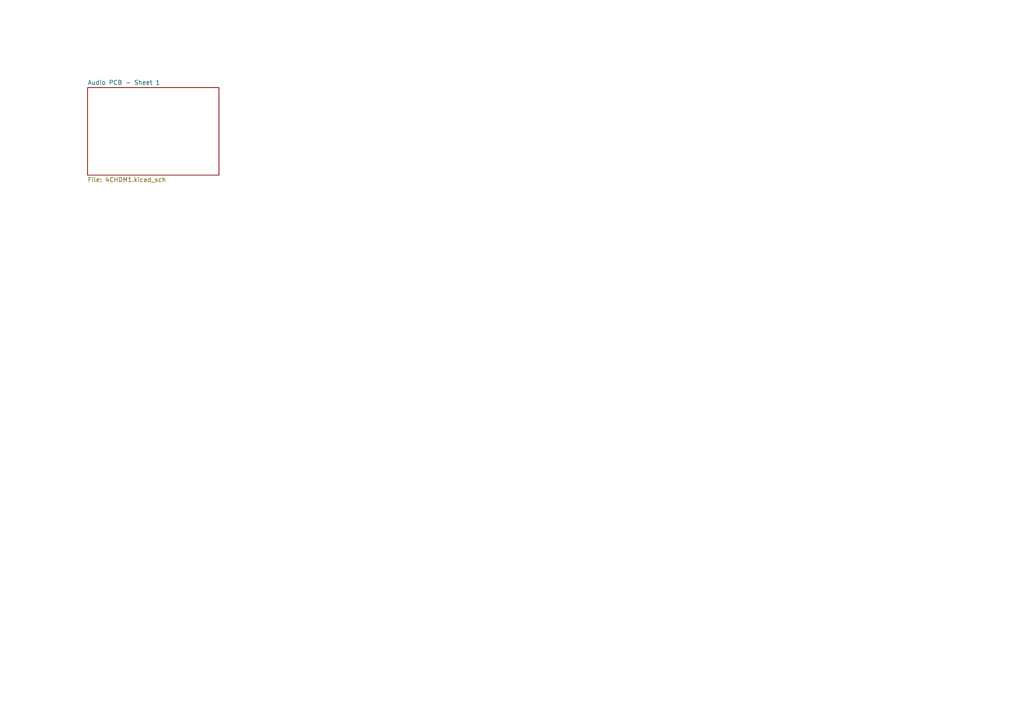
<source format=kicad_sch>
(kicad_sch
	(version 20231120)
	(generator "eeschema")
	(generator_version "8.0")
	(uuid "883ad78c-bd1d-404b-b8ca-4ae0611fec43")
	(paper "A4")
	(title_block
		(title "Exidy 440")
		(company "Exidy")
		(comment 1 "Anton Gale")
	)
	(lib_symbols)
	(sheet
		(at 25.4 25.4)
		(size 38.1 25.4)
		(fields_autoplaced yes)
		(stroke
			(width 0.1524)
			(type solid)
		)
		(fill
			(color 0 0 0 0.0000)
		)
		(uuid "63b7cd6e-0d72-49fd-a4ed-b6020130586b")
		(property "Sheetname" "Audio PCB - Sheet 1"
			(at 25.4 24.6884 0)
			(effects
				(font
					(size 1.27 1.27)
				)
				(justify left bottom)
			)
		)
		(property "Sheetfile" "4CHDM1.kicad_sch"
			(at 25.4 51.3846 0)
			(effects
				(font
					(size 1.27 1.27)
				)
				(justify left top)
			)
		)
		(instances
			(project "exidy440pcb"
				(path "/ee9ca5df-edb9-4677-bdcd-afd3abb310eb/3fd7af43-9851-4214-bd3c-e0b77c4a0423"
					(page "A1")
				)
			)
		)
	)
)

</source>
